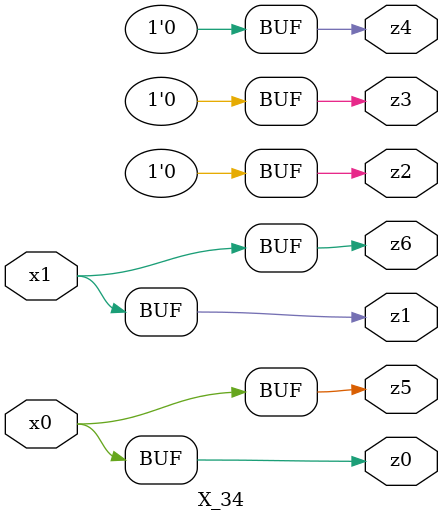
<source format=v>

module X_34 ( 
    x0, x1,
    z0, z1, z2, z3, z4, z5, z6  );
  input  x0, x1;
  output z0, z1, z2, z3, z4, z5, z6;
  assign z0 = x1 ? x0 : x0;
  assign z1 = x0 ? x1 : x1;
  assign z2 = 1'b0;
  assign z3 = 1'b0;
  assign z4 = 1'b0;
  assign z5 = x1 ? x0 : x0;
  assign z6 = x0 ? x1 : x1;
endmodule



</source>
